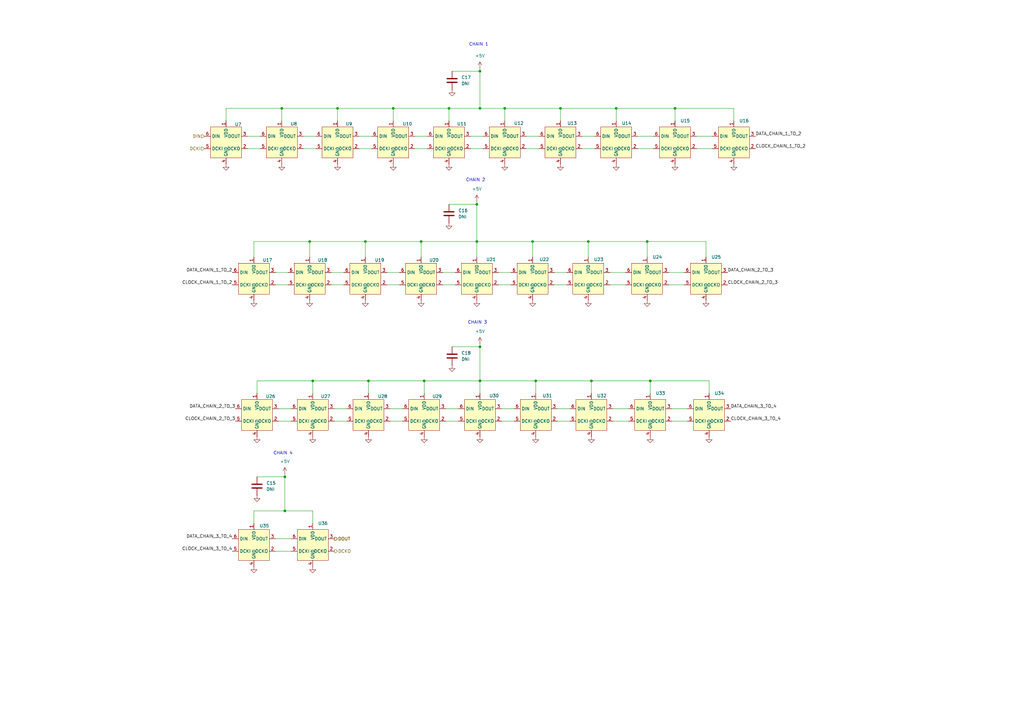
<source format=kicad_sch>
(kicad_sch (version 20231120) (generator "eeschema") (generator_version "8.0")
  (paper "A3")
  (title_block (title "F1 LED CIRCUIT PROJECT") (date "2024-04-10") (rev "v1.0") (company "JITTER"))
  (lib_symbols
    (symbol "Device:C" (pin_numbers hide) (pin_names (offset 0.254))
      (property "Reference" "C" (at 0.635 2.54 0))
      (property "Value" "C" (at 0.635 -2.54 0))
      (symbol "C_0_1"
        (polyline (pts (xy -2.032 -0.762) (xy 2.032 -0.762)) (stroke (width 0.508)))
        (polyline (pts (xy -2.032 0.762) (xy 2.032 0.762)) (stroke (width 0.508)))
      )
      (symbol "C_1_1"
        (pin passive line (at 0 3.81 270) (length 2.794) (name "~") (number "1"))
        (pin passive line (at 0 -3.81 90) (length 2.794) (name "~") (number "2"))
      )
    )
    (symbol "F1-LED-CIRCUIT-LIBRARY:HD108-2020"
      (property "Reference" "U" (at 0 19.558 0))
      (symbol "HD108-2020_1_1"
        (rectangle (start -6.35 6.35) (end 6.35 -6.35) (stroke (width 0) (color 132 0 0 1)) (fill (type background)))
        (pin power_in line (at 0 8.89 270) (length 2.54) (name "VDD") (number "1"))
        (pin output line (at 8.89 -2.54 180) (length 2.54) (name "DCKO") (number "2"))
        (pin output line (at 8.89 2.54 180) (length 2.54) (name "DOUT") (number "3"))
        (pin power_in line (at 0 -8.89 90) (length 2.54) (name "GND") (number "4"))
        (pin input line (at -8.89 -2.54 0) (length 2.54) (name "DCKI") (number "5"))
        (pin input line (at -8.89 2.54 0) (length 2.54) (name "DIN") (number "6"))
      )
    )
    (symbol "adams_library_symbols:GND" (power) (pin_names (offset 0))
      (property "Value" "GND" (at 0 -3.81 0))
      (symbol "GND_0_1"
        (polyline (pts (xy 0 0) (xy 0 -1.27) (xy 1.27 -1.27) (xy 0 -2.54) (xy -1.27 -1.27) (xy 0 -1.27)))
      )
      (symbol "GND_1_1"
        (pin power_in line (at 0 0 270) (length 0) hide (name "GND") (number "1"))
      )
    )
    (symbol "power:+5V" (power) (pin_numbers hide) (pin_names (offset 0) hide)
      (property "Value" "+5V" (at 0 3.556 0))
      (symbol "+5V_0_1"
        (polyline (pts (xy -0.762 1.27) (xy 0 2.54)))
        (polyline (pts (xy 0 0) (xy 0 2.54)))
        (polyline (pts (xy 0 2.54) (xy 0.762 1.27)))
      )
      (symbol "+5V_1_1"
        (pin power_in line (at 0 0 90) (length 0) (name "~") (number "1"))
      )
    )
    (symbol "power:GND" (power) (pin_numbers hide) (pin_names (offset 0) hide)
      (property "Value" "GND" (at 0 -3.81 0))
      (symbol "GND_0_1"
        (polyline (pts (xy 0 0) (xy 0 -1.27) (xy 1.27 -1.27) (xy 0 -2.54) (xy -1.27 -1.27) (xy 0 -1.27)))
      )
      (symbol "GND_1_1"
        (pin power_in line (at 0 0 270) (length 0) (name "~") (number "1"))
      )
    )
  )
  (junction (at 229.87 44.45))
  (junction (at 196.85 142.24))
  (junction (at 172.72 99.06))
  (junction (at 195.58 99.06))
  (junction (at 242.57 156.21))
  (junction (at 161.29 44.45))
  (junction (at 219.71 156.21))
  (junction (at 218.44 99.06))
  (junction (at 184.15 44.45))
  (junction (at 151.13 156.21))
  (junction (at 138.43 44.45))
  (junction (at 207.01 44.45))
  (junction (at 266.7 156.21))
  (junction (at 173.99 156.21))
  (junction (at 127 99.06))
  (junction (at 241.3 99.06))
  (junction (at 128.27 156.21))
  (junction (at 195.58 83.82))
  (junction (at 116.84 195.58))
  (junction (at 265.43 99.06))
  (junction (at 116.84 209.55))
  (junction (at 276.86 44.45))
  (junction (at 115.57 44.45))
  (junction (at 252.73 44.45))
  (junction (at 149.86 99.06))
  (junction (at 196.85 29.21))
  (junction (at 196.85 44.45))
  (junction (at 196.85 156.21))
  (wire (pts (xy 215.9 55.88) (xy 220.98 55.88)))
  (wire (pts (xy 285.75 60.96) (xy 292.1 60.96)))
  (wire (pts (xy 104.14 209.55) (xy 104.14 214.63)))
  (wire (pts (xy 173.99 156.21) (xy 196.85 156.21)))
  (wire (pts (xy 250.19 116.84) (xy 256.54 116.84)))
  (wire (pts (xy 182.88 172.72) (xy 187.96 172.72)))
  (wire (pts (xy 151.13 156.21) (xy 151.13 161.29)))
  (wire (pts (xy 218.44 99.06) (xy 241.3 99.06)))
  (wire (pts (xy 115.57 44.45) (xy 138.43 44.45)))
  (wire (pts (xy 266.7 156.21) (xy 290.83 156.21)))
  (wire (pts (xy 128.27 209.55) (xy 128.27 214.63)))
  (wire (pts (xy 101.6 60.96) (xy 106.68 60.96)))
  (wire (pts (xy 104.14 105.41) (xy 104.14 99.06)))
  (wire (pts (xy 147.32 55.88) (xy 152.4 55.88)))
  (wire (pts (xy 195.58 83.82) (xy 195.58 99.06)))
  (wire (pts (xy 274.32 111.76) (xy 280.67 111.76)))
  (wire (pts (xy 184.15 83.82) (xy 195.58 83.82)))
  (wire (pts (xy 184.15 44.45) (xy 184.15 49.53)))
  (wire (pts (xy 158.75 111.76) (xy 163.83 111.76)))
  (wire (pts (xy 170.18 55.88) (xy 175.26 55.88)))
  (wire (pts (xy 170.18 60.96) (xy 175.26 60.96)))
  (wire (pts (xy 266.7 156.21) (xy 266.7 161.29)))
  (wire (pts (xy 128.27 156.21) (xy 128.27 161.29)))
  (wire (pts (xy 195.58 82.55) (xy 195.58 83.82)))
  (wire (pts (xy 241.3 99.06) (xy 265.43 99.06)))
  (wire (pts (xy 218.44 99.06) (xy 218.44 105.41)))
  (wire (pts (xy 124.46 55.88) (xy 129.54 55.88)))
  (wire (pts (xy 193.04 60.96) (xy 198.12 60.96)))
  (wire (pts (xy 256.54 111.76) (xy 250.19 111.76)))
  (wire (pts (xy 116.84 209.55) (xy 128.27 209.55)))
  (wire (pts (xy 195.58 99.06) (xy 218.44 99.06)))
  (wire (pts (xy 276.86 44.45) (xy 300.99 44.45)))
  (wire (pts (xy 127 99.06) (xy 149.86 99.06)))
  (wire (pts (xy 207.01 44.45) (xy 229.87 44.45)))
  (wire (pts (xy 181.61 116.84) (xy 186.69 116.84)))
  (wire (pts (xy 238.76 60.96) (xy 243.84 60.96)))
  (wire (pts (xy 173.99 156.21) (xy 173.99 161.29)))
  (wire (pts (xy 161.29 44.45) (xy 161.29 49.53)))
  (wire (pts (xy 149.86 99.06) (xy 172.72 99.06)))
  (wire (pts (xy 257.81 167.64) (xy 251.46 167.64)))
  (wire (pts (xy 251.46 172.72) (xy 257.81 172.72)))
  (wire (pts (xy 300.99 44.45) (xy 300.99 49.53)))
  (wire (pts (xy 185.42 29.21) (xy 196.85 29.21)))
  (wire (pts (xy 124.46 60.96) (xy 129.54 60.96)))
  (wire (pts (xy 219.71 156.21) (xy 219.71 161.29)))
  (wire (pts (xy 147.32 60.96) (xy 152.4 60.96)))
  (wire (pts (xy 105.41 195.58) (xy 116.84 195.58)))
  (wire (pts (xy 196.85 156.21) (xy 196.85 161.29)))
  (wire (pts (xy 114.3 167.64) (xy 119.38 167.64)))
  (wire (pts (xy 92.71 44.45) (xy 115.57 44.45)))
  (wire (pts (xy 181.61 111.76) (xy 186.69 111.76)))
  (wire (pts (xy 204.47 116.84) (xy 209.55 116.84)))
  (wire (pts (xy 205.74 167.64) (xy 210.82 167.64)))
  (wire (pts (xy 138.43 44.45) (xy 161.29 44.45)))
  (wire (pts (xy 196.85 27.94) (xy 196.85 29.21)))
  (wire (pts (xy 228.6 167.64) (xy 233.68 167.64)))
  (wire (pts (xy 119.38 220.98) (xy 113.03 220.98)))
  (wire (pts (xy 158.75 116.84) (xy 163.83 116.84)))
  (wire (pts (xy 196.85 140.97) (xy 196.85 142.24)))
  (wire (pts (xy 274.32 116.84) (xy 280.67 116.84)))
  (wire (pts (xy 172.72 99.06) (xy 195.58 99.06)))
  (wire (pts (xy 275.59 167.64) (xy 281.94 167.64)))
  (wire (pts (xy 205.74 172.72) (xy 210.82 172.72)))
  (wire (pts (xy 207.01 44.45) (xy 207.01 49.53)))
  (wire (pts (xy 289.56 99.06) (xy 289.56 105.41)))
  (wire (pts (xy 229.87 44.45) (xy 252.73 44.45)))
  (wire (pts (xy 149.86 99.06) (xy 149.86 105.41)))
  (wire (pts (xy 116.84 195.58) (xy 116.84 209.55)))
  (wire (pts (xy 265.43 99.06) (xy 265.43 105.41)))
  (wire (pts (xy 290.83 156.21) (xy 290.83 161.29)))
  (wire (pts (xy 151.13 156.21) (xy 173.99 156.21)))
  (wire (pts (xy 115.57 44.45) (xy 115.57 49.53)))
  (wire (pts (xy 196.85 142.24) (xy 196.85 156.21)))
  (wire (pts (xy 227.33 111.76) (xy 232.41 111.76)))
  (wire (pts (xy 196.85 29.21) (xy 196.85 44.45)))
  (wire (pts (xy 135.89 111.76) (xy 140.97 111.76)))
  (wire (pts (xy 114.3 172.72) (xy 119.38 172.72)))
  (wire (pts (xy 113.03 226.06) (xy 119.38 226.06)))
  (wire (pts (xy 182.88 167.64) (xy 187.96 167.64)))
  (wire (pts (xy 128.27 156.21) (xy 151.13 156.21)))
  (wire (pts (xy 252.73 44.45) (xy 252.73 49.53)))
  (wire (pts (xy 135.89 116.84) (xy 140.97 116.84)))
  (wire (pts (xy 127 99.06) (xy 127 105.41)))
  (wire (pts (xy 267.97 55.88) (xy 261.62 55.88)))
  (wire (pts (xy 195.58 99.06) (xy 195.58 105.41)))
  (wire (pts (xy 275.59 172.72) (xy 281.94 172.72)))
  (wire (pts (xy 113.03 111.76) (xy 118.11 111.76)))
  (wire (pts (xy 215.9 60.96) (xy 220.98 60.96)))
  (wire (pts (xy 101.6 55.88) (xy 106.68 55.88)))
  (wire (pts (xy 204.47 111.76) (xy 209.55 111.76)))
  (wire (pts (xy 252.73 44.45) (xy 276.86 44.45)))
  (wire (pts (xy 196.85 44.45) (xy 207.01 44.45)))
  (wire (pts (xy 105.41 156.21) (xy 128.27 156.21)))
  (wire (pts (xy 238.76 55.88) (xy 243.84 55.88)))
  (wire (pts (xy 137.16 167.64) (xy 142.24 167.64)))
  (wire (pts (xy 242.57 156.21) (xy 242.57 161.29)))
  (wire (pts (xy 138.43 44.45) (xy 138.43 49.53)))
  (wire (pts (xy 184.15 44.45) (xy 196.85 44.45)))
  (wire (pts (xy 160.02 172.72) (xy 165.1 172.72)))
  (wire (pts (xy 160.02 167.64) (xy 165.1 167.64)))
  (wire (pts (xy 161.29 44.45) (xy 184.15 44.45)))
  (wire (pts (xy 219.71 156.21) (xy 242.57 156.21)))
  (wire (pts (xy 228.6 172.72) (xy 233.68 172.72)))
  (wire (pts (xy 242.57 156.21) (xy 266.7 156.21)))
  (wire (pts (xy 261.62 60.96) (xy 267.97 60.96)))
  (wire (pts (xy 265.43 99.06) (xy 289.56 99.06)))
  (wire (pts (xy 241.3 99.06) (xy 241.3 105.41)))
  (wire (pts (xy 92.71 49.53) (xy 92.71 44.45)))
  (wire (pts (xy 229.87 44.45) (xy 229.87 49.53)))
  (wire (pts (xy 185.42 142.24) (xy 196.85 142.24)))
  (wire (pts (xy 193.04 55.88) (xy 198.12 55.88)))
  (wire (pts (xy 196.85 156.21) (xy 219.71 156.21)))
  (wire (pts (xy 113.03 116.84) (xy 118.11 116.84)))
  (wire (pts (xy 104.14 99.06) (xy 127 99.06)))
  (wire (pts (xy 105.41 161.29) (xy 105.41 156.21)))
  (wire (pts (xy 116.84 194.31) (xy 116.84 195.58)))
  (wire (pts (xy 227.33 116.84) (xy 232.41 116.84)))
  (wire (pts (xy 137.16 172.72) (xy 142.24 172.72)))
  (wire (pts (xy 285.75 55.88) (xy 292.1 55.88)))
  (wire (pts (xy 276.86 44.45) (xy 276.86 49.53)))
  (wire (pts (xy 172.72 99.06) (xy 172.72 105.41)))
  (wire (pts (xy 104.14 209.55) (xy 116.84 209.55)))
  (text "CHAIN 4" (at 116.078 185.928 0) (effects (font (size 1.27 1.27))))
  (text "CHAIN 3" (at 195.834 132.334 0) (effects (font (size 1.27 1.27))))
  (text "CHAIN 1" (at 196.342 18.288 0) (effects (font (size 1.27 1.27))))
  (text "CHAIN 2" (at 195.072 73.914 0) (effects (font (size 1.27 1.27))))
  (label "CLOCK_CHAIN_2_TO_3" (at 96.52 172.72 180))
  (label "CLOCK_CHAIN_1_TO_2" (at 309.88 60.96 0))
  (label "CLOCK_CHAIN_3_TO_4" (at 95.25 226.06 180))
  (label "DATA_CHAIN_3_TO_4" (at 299.72 167.64 0))
  (label "DATA_CHAIN_1_TO_2" (at 95.25 111.76 180))
  (label "DATA_CHAIN_2_TO_3" (at 96.52 167.64 180))
  (label "DATA_CHAIN_3_TO_4" (at 95.25 220.98 180))
  (label "CLOCK_CHAIN_2_TO_3" (at 298.45 116.84 0))
  (label "CLOCK_CHAIN_1_TO_2" (at 95.25 116.84 180))
  (label "CLOCK_CHAIN_3_TO_4" (at 299.72 172.72 0))
  (label "DATA_CHAIN_1_TO_2" (at 309.88 55.88 0))
  (label "DATA_CHAIN_2_TO_3" (at 298.45 111.76 0))
  (hierarchical_label "DIN" (shape input) (at 83.82 55.88 180))
  (hierarchical_label "DCKO" (shape output) (at 137.16 226.06 0))
  (hierarchical_label "DCKI" (shape input) (at 83.82 60.96 180))
  (hierarchical_label "DOUT" (shape output) (at 137.16 220.98 0))
  (hierarchical_label "DOUT" (shape output) (at 137.16 220.98 0))
  (symbol (lib_id "adams_library_symbols:GND") (at 92.71 67.31 0) (unit 1)
    (property "Reference" "#PWR081" (effects (hide yes)))
    (property "Value" "GND" (effects (hide yes)))
    (property "Description" "Power symbol creates a global label with name \"GND\" , ground" (effects (hide yes)))
    (instances (project "f1-led-circuit" (path "" (reference "#PWR081") (unit 1)) (path "" (reference "#PWR0119") (unit 1)) (path "" (reference "#PWR0157") (unit 1))))
  )
  (symbol (lib_id "F1-LED-CIRCUIT-LIBRARY:HD108-2020") (at 290.83 170.18 0) (unit 1)
    (property "Reference" "U34" (at 293.0241 161.29 0) (effects (justify left)))
    (property "Value" "HD108-2020" (effects (hide yes)))
    (property "Footprint" "F1-LED-CIRCUIT-LIBRARY:HD108-2020" (effects (hide yes)))
    (instances (project "f1-led-circuit" (path "" (reference "U34") (unit 1)) (path "" (reference "U64") (unit 1)) (path "" (reference "U94") (unit 1))))
  )
  (symbol (lib_id "Device:C") (at 185.42 146.05 0) (unit 1)
    (property "Reference" "C18" (at 189.23 144.7799 0) (effects (justify left)))
    (property "Value" "DNI" (at 189.23 147.3199 0) (effects (justify left)))
    (property "Footprint" "Capacitor_SMD:C_0805_2012Metric" (effects (hide yes)))
    (property "Description" "Unpolarized capacitor" (effects (hide yes)))
    (instances (project "f1-led-circuit" (path "" (reference "C18") (unit 1)) (path "" (reference "C22") (unit 1)) (path "" (reference "C26") (unit 1))))
  )
  (symbol (lib_id "adams_library_symbols:GND") (at 289.56 123.19 0) (unit 1)
    (property "Reference" "#PWR0116" (effects (hide yes)))
    (property "Value" "GND" (effects (hide yes)))
    (property "Description" "Power symbol creates a global label with name \"GND\" , ground" (effects (hide yes)))
    (instances (project "f1-led-circuit" (path "" (reference "#PWR0116") (unit 1)) (path "" (reference "#PWR0154") (unit 1)) (path "" (reference "#PWR0192") (unit 1))))
  )
  (symbol (lib_id "adams_library_symbols:GND") (at 105.41 179.07 0) (unit 1)
    (property "Reference" "#PWR084" (effects (hide yes)))
    (property "Value" "GND" (effects (hide yes)))
    (property "Description" "Power symbol creates a global label with name \"GND\" , ground" (effects (hide yes)))
    (instances (project "f1-led-circuit" (path "" (reference "#PWR084") (unit 1)) (path "" (reference "#PWR0122") (unit 1)) (path "" (reference "#PWR0160") (unit 1))))
  )
  (symbol (lib_id "adams_library_symbols:GND") (at 195.58 123.19 0) (unit 1)
    (property "Reference" "#PWR0102" (effects (hide yes)))
    (property "Value" "GND" (effects (hide yes)))
    (property "Description" "Power symbol creates a global label with name \"GND\" , ground" (effects (hide yes)))
    (instances (project "f1-led-circuit" (path "" (reference "#PWR0102") (unit 1)) (path "" (reference "#PWR0140") (unit 1)) (path "" (reference "#PWR0178") (unit 1))))
  )
  (symbol (lib_id "F1-LED-CIRCUIT-LIBRARY:HD108-2020") (at 128.27 223.52 0) (unit 1)
    (property "Reference" "U36" (at 130.4641 214.63 0) (effects (justify left)))
    (property "Value" "HD108-2020" (effects (hide yes)))
    (property "Footprint" "F1-LED-CIRCUIT-LIBRARY:HD108-2020" (effects (hide yes)))
    (instances (project "f1-led-circuit" (path "" (reference "U36") (unit 1)) (path "" (reference "U66") (unit 1)) (path "" (reference "U96") (unit 1))))
  )
  (symbol (lib_id "adams_library_symbols:GND") (at 104.14 123.19 0) (unit 1)
    (property "Reference" "#PWR082" (effects (hide yes)))
    (property "Value" "GND" (effects (hide yes)))
    (property "Description" "Power symbol creates a global label with name \"GND\" , ground" (effects (hide yes)))
    (instances (project "f1-led-circuit" (path "" (reference "#PWR082") (unit 1)) (path "" (reference "#PWR0120") (unit 1)) (path "" (reference "#PWR0158") (unit 1))))
  )
  (symbol (lib_id "F1-LED-CIRCUIT-LIBRARY:HD108-2020") (at 104.14 114.3 0) (unit 1)
    (property "Reference" "U17" (at 107.696 106.68 0) (effects (justify left)))
    (property "Value" "HD108-2020" (effects (hide yes)))
    (property "Footprint" "F1-LED-CIRCUIT-LIBRARY:HD108-2020" (effects (hide yes)))
    (instances (project "f1-led-circuit" (path "" (reference "U17") (unit 1)) (path "" (reference "U47") (unit 1)) (path "" (reference "U77") (unit 1))))
  )
  (symbol (lib_id "adams_library_symbols:GND") (at 241.3 123.19 0) (unit 1)
    (property "Reference" "#PWR0110" (effects (hide yes)))
    (property "Value" "GND" (effects (hide yes)))
    (property "Description" "Power symbol creates a global label with name \"GND\" , ground" (effects (hide yes)))
    (instances (project "f1-led-circuit" (path "" (reference "#PWR0110") (unit 1)) (path "" (reference "#PWR0148") (unit 1)) (path "" (reference "#PWR0186") (unit 1))))
  )
  (symbol (lib_id "power:+5V") (at 195.58 82.55 0) (unit 1)
    (property "Reference" "#PWR0101" (effects (hide yes)))
    (property "Value" "+5V" (at 195.58 77.47 0))
    (property "Description" "Power symbol creates a global label with name \"+5V\"" (effects (hide yes)))
    (instances (project "f1-led-circuit" (path "" (reference "#PWR0101") (unit 1)) (path "" (reference "#PWR0139") (unit 1)) (path "" (reference "#PWR0177") (unit 1))))
  )
  (symbol (lib_id "F1-LED-CIRCUIT-LIBRARY:HD108-2020") (at 219.71 170.18 0) (unit 1)
    (property "Reference" "U31" (at 222.504 162.306 0) (effects (justify left)))
    (property "Value" "HD108-2020" (effects (hide yes)))
    (property "Footprint" "F1-LED-CIRCUIT-LIBRARY:HD108-2020" (effects (hide yes)))
    (instances (project "f1-led-circuit" (path "" (reference "U31") (unit 1)) (path "" (reference "U61") (unit 1)) (path "" (reference "U91") (unit 1))))
  )
  (symbol (lib_id "adams_library_symbols:GND") (at 242.57 179.07 0) (unit 1)
    (property "Reference" "#PWR0111" (effects (hide yes)))
    (property "Value" "GND" (effects (hide yes)))
    (property "Description" "Power symbol creates a global label with name \"GND\" , ground" (effects (hide yes)))
    (instances (project "f1-led-circuit" (path "" (reference "#PWR0111") (unit 1)) (path "" (reference "#PWR0149") (unit 1)) (path "" (reference "#PWR0187") (unit 1))))
  )
  (symbol (lib_id "F1-LED-CIRCUIT-LIBRARY:HD108-2020") (at 242.57 170.18 0) (unit 1)
    (property "Reference" "U32" (at 244.856 162.306 0) (effects (justify left)))
    (property "Value" "HD108-2020" (effects (hide yes)))
    (property "Footprint" "F1-LED-CIRCUIT-LIBRARY:HD108-2020" (effects (hide yes)))
    (instances (project "f1-led-circuit" (path "" (reference "U32") (unit 1)) (path "" (reference "U62") (unit 1)) (path "" (reference "U92") (unit 1))))
  )
  (symbol (lib_id "adams_library_symbols:GND") (at 115.57 67.31 0) (unit 1)
    (property "Reference" "#PWR086" (effects (hide yes)))
    (property "Value" "GND" (effects (hide yes)))
    (property "Description" "Power symbol creates a global label with name \"GND\" , ground" (effects (hide yes)))
    (instances (project "f1-led-circuit" (path "" (reference "#PWR086") (unit 1)) (path "" (reference "#PWR0124") (unit 1)) (path "" (reference "#PWR0162") (unit 1))))
  )
  (symbol (lib_id "F1-LED-CIRCUIT-LIBRARY:HD108-2020") (at 184.15 58.42 0) (unit 1)
    (property "Reference" "U11" (at 187.452 50.8 0) (effects (justify left)))
    (property "Value" "HD108-2020" (effects (hide yes)))
    (property "Footprint" "F1-LED-CIRCUIT-LIBRARY:HD108-2020" (effects (hide yes)))
    (instances (project "f1-led-circuit" (path "" (reference "U11") (unit 1)) (path "" (reference "U41") (unit 1)) (path "" (reference "U71") (unit 1))))
  )
  (symbol (lib_id "F1-LED-CIRCUIT-LIBRARY:HD108-2020") (at 218.44 114.3 0) (unit 1)
    (property "Reference" "U22" (at 221.234 106.426 0) (effects (justify left)))
    (property "Value" "HD108-2020" (effects (hide yes)))
    (property "Footprint" "F1-LED-CIRCUIT-LIBRARY:HD108-2020" (effects (hide yes)))
    (instances (project "f1-led-circuit" (path "" (reference "U22") (unit 1)) (path "" (reference "U52") (unit 1)) (path "" (reference "U82") (unit 1))))
  )
  (symbol (lib_id "adams_library_symbols:GND") (at 290.83 179.07 0) (unit 1)
    (property "Reference" "#PWR0117" (effects (hide yes)))
    (property "Value" "GND" (effects (hide yes)))
    (property "Description" "Power symbol creates a global label with name \"GND\" , ground" (effects (hide yes)))
    (instances (project "f1-led-circuit" (path "" (reference "#PWR0117") (unit 1)) (path "" (reference "#PWR0155") (unit 1)) (path "" (reference "#PWR0193") (unit 1))))
  )
  (symbol (lib_id "power:GND") (at 185.42 149.86 0) (unit 1)
    (property "Reference" "#PWR0100" (effects (hide yes)))
    (property "Value" "GND" (effects (hide yes)))
    (property "Description" "Power symbol creates a global label with name \"GND\" , ground" (effects (hide yes)))
    (instances (project "f1-led-circuit" (path "" (reference "#PWR0100") (unit 1)) (path "" (reference "#PWR0138") (unit 1)) (path "" (reference "#PWR0176") (unit 1))))
  )
  (symbol (lib_id "F1-LED-CIRCUIT-LIBRARY:HD108-2020") (at 289.56 114.3 0) (unit 1)
    (property "Reference" "U25" (at 291.7541 105.41 0) (effects (justify left)))
    (property "Value" "HD108-2020" (effects (hide yes)))
    (property "Footprint" "F1-LED-CIRCUIT-LIBRARY:HD108-2020" (effects (hide yes)))
    (instances (project "f1-led-circuit" (path "" (reference "U25") (unit 1)) (path "" (reference "U55") (unit 1)) (path "" (reference "U85") (unit 1))))
  )
  (symbol (lib_id "power:GND") (at 185.42 36.83 0) (unit 1)
    (property "Reference" "#PWR099" (effects (hide yes)))
    (property "Value" "GND" (effects (hide yes)))
    (property "Description" "Power symbol creates a global label with name \"GND\" , ground" (effects (hide yes)))
    (instances (project "f1-led-circuit" (path "" (reference "#PWR099") (unit 1)) (path "" (reference "#PWR0137") (unit 1)) (path "" (reference "#PWR0175") (unit 1))))
  )
  (symbol (lib_id "F1-LED-CIRCUIT-LIBRARY:HD108-2020") (at 115.57 58.42 0) (unit 1)
    (property "Reference" "U8" (at 119.126 50.8 0) (effects (justify left)))
    (property "Value" "HD108-2020" (effects (hide yes)))
    (property "Footprint" "F1-LED-CIRCUIT-LIBRARY:HD108-2020" (effects (hide yes)))
    (instances (project "f1-led-circuit" (path "" (reference "U8") (unit 1)) (path "" (reference "U38") (unit 1)) (path "" (reference "U68") (unit 1))))
  )
  (symbol (lib_id "adams_library_symbols:GND") (at 128.27 232.41 0) (unit 1)
    (property "Reference" "#PWR090" (effects (hide yes)))
    (property "Value" "GND" (effects (hide yes)))
    (property "Description" "Power symbol creates a global label with name \"GND\" , ground" (effects (hide yes)))
    (instances (project "f1-led-circuit" (path "" (reference "#PWR090") (unit 1)) (path "" (reference "#PWR0128") (unit 1)) (path "" (reference "#PWR0166") (unit 1))))
  )
  (symbol (lib_id "F1-LED-CIRCUIT-LIBRARY:HD108-2020") (at 128.27 170.18 0) (unit 1)
    (property "Reference" "U27" (at 131.572 162.56 0) (effects (justify left)))
    (property "Value" "HD108-2020" (effects (hide yes)))
    (property "Footprint" "F1-LED-CIRCUIT-LIBRARY:HD108-2020" (effects (hide yes)))
    (instances (project "f1-led-circuit" (path "" (reference "U27") (unit 1)) (path "" (reference "U57") (unit 1)) (path "" (reference "U87") (unit 1))))
  )
  (symbol (lib_id "adams_library_symbols:GND") (at 276.86 67.31 0) (unit 1)
    (property "Reference" "#PWR0115" (effects (hide yes)))
    (property "Value" "GND" (effects (hide yes)))
    (property "Description" "Power symbol creates a global label with name \"GND\" , ground" (effects (hide yes)))
    (instances (project "f1-led-circuit" (path "" (reference "#PWR0115") (unit 1)) (path "" (reference "#PWR0153") (unit 1)) (path "" (reference "#PWR0191") (unit 1))))
  )
  (symbol (lib_id "adams_library_symbols:GND") (at 266.7 179.07 0) (unit 1)
    (property "Reference" "#PWR0114" (effects (hide yes)))
    (property "Value" "GND" (effects (hide yes)))
    (property "Description" "Power symbol creates a global label with name \"GND\" , ground" (effects (hide yes)))
    (instances (project "f1-led-circuit" (path "" (reference "#PWR0114") (unit 1)) (path "" (reference "#PWR0152") (unit 1)) (path "" (reference "#PWR0190") (unit 1))))
  )
  (symbol (lib_id "F1-LED-CIRCUIT-LIBRARY:HD108-2020") (at 105.41 170.18 0) (unit 1)
    (property "Reference" "U26" (at 108.966 162.56 0) (effects (justify left)))
    (property "Value" "HD108-2020" (effects (hide yes)))
    (property "Footprint" "F1-LED-CIRCUIT-LIBRARY:HD108-2020" (effects (hide yes)))
    (instances (project "f1-led-circuit" (path "" (reference "U26") (unit 1)) (path "" (reference "U56") (unit 1)) (path "" (reference "U86") (unit 1))))
  )
  (symbol (lib_id "F1-LED-CIRCUIT-LIBRARY:HD108-2020") (at 196.85 170.18 0) (unit 1)
    (property "Reference" "U30" (at 200.66 162.306 0) (effects (justify left)))
    (property "Value" "HD108-2020" (effects (hide yes)))
    (property "Footprint" "F1-LED-CIRCUIT-LIBRARY:HD108-2020" (effects (hide yes)))
    (instances (project "f1-led-circuit" (path "" (reference "U30") (unit 1)) (path "" (reference "U60") (unit 1)) (path "" (reference "U90") (unit 1))))
  )
  (symbol (lib_id "F1-LED-CIRCUIT-LIBRARY:HD108-2020") (at 172.72 114.3 0) (unit 1)
    (property "Reference" "U20" (at 176.022 106.68 0) (effects (justify left)))
    (property "Value" "HD108-2020" (effects (hide yes)))
    (property "Footprint" "F1-LED-CIRCUIT-LIBRARY:HD108-2020" (effects (hide yes)))
    (instances (project "f1-led-circuit" (path "" (reference "U20") (unit 1)) (path "" (reference "U50") (unit 1)) (path "" (reference "U80") (unit 1))))
  )
  (symbol (lib_id "F1-LED-CIRCUIT-LIBRARY:HD108-2020") (at 265.43 114.3 0) (unit 1)
    (property "Reference" "U24" (at 267.6241 105.41 0) (effects (justify left)))
    (property "Value" "HD108-2020" (effects (hide yes)))
    (property "Footprint" "F1-LED-CIRCUIT-LIBRARY:HD108-2020" (effects (hide yes)))
    (instances (project "f1-led-circuit" (path "" (reference "U24") (unit 1)) (path "" (reference "U54") (unit 1)) (path "" (reference "U84") (unit 1))))
  )
  (symbol (lib_id "adams_library_symbols:GND") (at 172.72 123.19 0) (unit 1)
    (property "Reference" "#PWR095" (effects (hide yes)))
    (property "Value" "GND" (effects (hide yes)))
    (property "Description" "Power symbol creates a global label with name \"GND\" , ground" (effects (hide yes)))
    (instances (project "f1-led-circuit" (path "" (reference "#PWR095") (unit 1)) (path "" (reference "#PWR0133") (unit 1)) (path "" (reference "#PWR0171") (unit 1))))
  )
  (symbol (lib_id "F1-LED-CIRCUIT-LIBRARY:HD108-2020") (at 300.99 58.42 0) (unit 1)
    (property "Reference" "U16" (at 303.1841 49.53 0) (effects (justify left)))
    (property "Value" "HD108-2020" (effects (hide yes)))
    (property "Footprint" "F1-LED-CIRCUIT-LIBRARY:HD108-2020" (effects (hide yes)))
    (instances (project "f1-led-circuit" (path "" (reference "U16") (unit 1)) (path "" (reference "U46") (unit 1)) (path "" (reference "U76") (unit 1))))
  )
  (symbol (lib_id "adams_library_symbols:GND") (at 104.14 232.41 0) (unit 1)
    (property "Reference" "#PWR083" (effects (hide yes)))
    (property "Value" "GND" (effects (hide yes)))
    (property "Description" "Power symbol creates a global label with name \"GND\" , ground" (effects (hide yes)))
    (instances (project "f1-led-circuit" (path "" (reference "#PWR083") (unit 1)) (path "" (reference "#PWR0121") (unit 1)) (path "" (reference "#PWR0159") (unit 1))))
  )
  (symbol (lib_id "Device:C") (at 105.41 199.39 0) (unit 1)
    (property "Reference" "C15" (at 109.22 198.1199 0) (effects (justify left)))
    (property "Value" "DNI" (at 109.22 200.6599 0) (effects (justify left)))
    (property "Footprint" "Capacitor_SMD:C_0805_2012Metric" (effects (hide yes)))
    (property "Description" "Unpolarized capacitor" (effects (hide yes)))
    (instances (project "f1-led-circuit" (path "" (reference "C15") (unit 1)) (path "" (reference "C19") (unit 1)) (path "" (reference "C23") (unit 1))))
  )
  (symbol (lib_id "adams_library_symbols:GND") (at 265.43 123.19 0) (unit 1)
    (property "Reference" "#PWR0113" (effects (hide yes)))
    (property "Value" "GND" (effects (hide yes)))
    (property "Description" "Power symbol creates a global label with name \"GND\" , ground" (effects (hide yes)))
    (instances (project "f1-led-circuit" (path "" (reference "#PWR0113") (unit 1)) (path "" (reference "#PWR0151") (unit 1)) (path "" (reference "#PWR0189") (unit 1))))
  )
  (symbol (lib_id "F1-LED-CIRCUIT-LIBRARY:HD108-2020") (at 138.43 58.42 0) (unit 1)
    (property "Reference" "U9" (at 141.732 50.8 0) (effects (justify left)))
    (property "Value" "HD108-2020" (effects (hide yes)))
    (property "Footprint" "F1-LED-CIRCUIT-LIBRARY:HD108-2020" (effects (hide yes)))
    (instances (project "f1-led-circuit" (path "" (reference "U9") (unit 1)) (path "" (reference "U39") (unit 1)) (path "" (reference "U69") (unit 1))))
  )
  (symbol (lib_id "Device:C") (at 184.15 87.63 0) (unit 1)
    (property "Reference" "C16" (at 187.96 86.3599 0) (effects (justify left)))
    (property "Value" "DNI" (at 187.96 88.8999 0) (effects (justify left)))
    (property "Footprint" "Capacitor_SMD:C_0805_2012Metric" (effects (hide yes)))
    (property "Description" "Unpolarized capacitor" (effects (hide yes)))
    (instances (project "f1-led-circuit" (path "" (reference "C16") (unit 1)) (path "" (reference "C20") (unit 1)) (path "" (reference "C24") (unit 1))))
  )
  (symbol (lib_id "adams_library_symbols:GND") (at 161.29 67.31 0) (unit 1)
    (property "Reference" "#PWR094" (effects (hide yes)))
    (property "Value" "GND" (effects (hide yes)))
    (property "Description" "Power symbol creates a global label with name \"GND\" , ground" (effects (hide yes)))
    (instances (project "f1-led-circuit" (path "" (reference "#PWR094") (unit 1)) (path "" (reference "#PWR0132") (unit 1)) (path "" (reference "#PWR0170") (unit 1))))
  )
  (symbol (lib_id "power:GND") (at 105.41 203.2 0) (unit 1)
    (property "Reference" "#PWR085" (effects (hide yes)))
    (property "Value" "GND" (effects (hide yes)))
    (property "Description" "Power symbol creates a global label with name \"GND\" , ground" (effects (hide yes)))
    (instances (project "f1-led-circuit" (path "" (reference "#PWR085") (unit 1)) (path "" (reference "#PWR0123") (unit 1)) (path "" (reference "#PWR0161") (unit 1))))
  )
  (symbol (lib_id "adams_library_symbols:GND") (at 128.27 179.07 0) (unit 1)
    (property "Reference" "#PWR089" (effects (hide yes)))
    (property "Value" "GND" (effects (hide yes)))
    (property "Description" "Power symbol creates a global label with name \"GND\" , ground" (effects (hide yes)))
    (instances (project "f1-led-circuit" (path "" (reference "#PWR089") (unit 1)) (path "" (reference "#PWR0127") (unit 1)) (path "" (reference "#PWR0165") (unit 1))))
  )
  (symbol (lib_id "adams_library_symbols:GND") (at 184.15 67.31 0) (unit 1)
    (property "Reference" "#PWR097" (effects (hide yes)))
    (property "Value" "GND" (effects (hide yes)))
    (property "Description" "Power symbol creates a global label with name \"GND\" , ground" (effects (hide yes)))
    (instances (project "f1-led-circuit" (path "" (reference "#PWR097") (unit 1)) (path "" (reference "#PWR0135") (unit 1)) (path "" (reference "#PWR0173") (unit 1))))
  )
  (symbol (lib_id "adams_library_symbols:GND") (at 218.44 123.19 0) (unit 1)
    (property "Reference" "#PWR0107" (effects (hide yes)))
    (property "Value" "GND" (effects (hide yes)))
    (property "Description" "Power symbol creates a global label with name \"GND\" , ground" (effects (hide yes)))
    (instances (project "f1-led-circuit" (path "" (reference "#PWR0107") (unit 1)) (path "" (reference "#PWR0145") (unit 1)) (path "" (reference "#PWR0183") (unit 1))))
  )
  (symbol (lib_id "adams_library_symbols:GND") (at 151.13 179.07 0) (unit 1)
    (property "Reference" "#PWR093" (effects (hide yes)))
    (property "Value" "GND" (effects (hide yes)))
    (property "Description" "Power symbol creates a global label with name \"GND\" , ground" (effects (hide yes)))
    (instances (project "f1-led-circuit" (path "" (reference "#PWR093") (unit 1)) (path "" (reference "#PWR0131") (unit 1)) (path "" (reference "#PWR0169") (unit 1))))
  )
  (symbol (lib_id "F1-LED-CIRCUIT-LIBRARY:HD108-2020") (at 161.29 58.42 0) (unit 1)
    (property "Reference" "U10" (at 165.1 50.8 0) (effects (justify left)))
    (property "Value" "HD108-2020" (effects (hide yes)))
    (property "Footprint" "F1-LED-CIRCUIT-LIBRARY:HD108-2020" (effects (hide yes)))
    (instances (project "f1-led-circuit" (path "" (reference "U10") (unit 1)) (path "" (reference "U40") (unit 1)) (path "" (reference "U70") (unit 1))))
  )
  (symbol (lib_id "F1-LED-CIRCUIT-LIBRARY:HD108-2020") (at 252.73 58.42 0) (unit 1)
    (property "Reference" "U14" (at 255.016 50.546 0) (effects (justify left)))
    (property "Value" "HD108-2020" (effects (hide yes)))
    (property "Footprint" "F1-LED-CIRCUIT-LIBRARY:HD108-2020" (effects (hide yes)))
    (instances (project "f1-led-circuit" (path "" (reference "U14") (unit 1)) (path "" (reference "U44") (unit 1)) (path "" (reference "U74") (unit 1))))
  )
  (symbol (lib_id "F1-LED-CIRCUIT-LIBRARY:HD108-2020") (at 229.87 58.42 0) (unit 1)
    (property "Reference" "U13" (at 232.664 50.546 0) (effects (justify left)))
    (property "Value" "HD108-2020" (effects (hide yes)))
    (property "Footprint" "F1-LED-CIRCUIT-LIBRARY:HD108-2020" (effects (hide yes)))
    (instances (project "f1-led-circuit" (path "" (reference "U13") (unit 1)) (path "" (reference "U43") (unit 1)) (path "" (reference "U73") (unit 1))))
  )
  (symbol (lib_id "F1-LED-CIRCUIT-LIBRARY:HD108-2020") (at 266.7 170.18 0) (unit 1)
    (property "Reference" "U33" (at 268.8941 161.29 0) (effects (justify left)))
    (property "Value" "HD108-2020" (effects (hide yes)))
    (property "Footprint" "F1-LED-CIRCUIT-LIBRARY:HD108-2020" (effects (hide yes)))
    (instances (project "f1-led-circuit" (path "" (reference "U33") (unit 1)) (path "" (reference "U63") (unit 1)) (path "" (reference "U93") (unit 1))))
  )
  (symbol (lib_id "F1-LED-CIRCUIT-LIBRARY:HD108-2020") (at 195.58 114.3 0) (unit 1)
    (property "Reference" "U21" (at 199.39 106.426 0) (effects (justify left)))
    (property "Value" "HD108-2020" (effects (hide yes)))
    (property "Footprint" "F1-LED-CIRCUIT-LIBRARY:HD108-2020" (effects (hide yes)))
    (instances (project "f1-led-circuit" (path "" (reference "U21") (unit 1)) (path "" (reference "U51") (unit 1)) (path "" (reference "U81") (unit 1))))
  )
  (symbol (lib_id "adams_library_symbols:GND") (at 207.01 67.31 0) (unit 1)
    (property "Reference" "#PWR0106" (effects (hide yes)))
    (property "Value" "GND" (effects (hide yes)))
    (property "Description" "Power symbol creates a global label with name \"GND\" , ground" (effects (hide yes)))
    (instances (project "f1-led-circuit" (path "" (reference "#PWR0106") (unit 1)) (path "" (reference "#PWR0144") (unit 1)) (path "" (reference "#PWR0182") (unit 1))))
  )
  (symbol (lib_id "F1-LED-CIRCUIT-LIBRARY:HD108-2020") (at 241.3 114.3 0) (unit 1)
    (property "Reference" "U23" (at 243.586 106.426 0) (effects (justify left)))
    (property "Value" "HD108-2020" (effects (hide yes)))
    (property "Footprint" "F1-LED-CIRCUIT-LIBRARY:HD108-2020" (effects (hide yes)))
    (instances (project "f1-led-circuit" (path "" (reference "U23") (unit 1)) (path "" (reference "U53") (unit 1)) (path "" (reference "U83") (unit 1))))
  )
  (symbol (lib_id "adams_library_symbols:GND") (at 300.99 67.31 0) (unit 1)
    (property "Reference" "#PWR0118" (effects (hide yes)))
    (property "Value" "GND" (effects (hide yes)))
    (property "Description" "Power symbol creates a global label with name \"GND\" , ground" (effects (hide yes)))
    (instances (project "f1-led-circuit" (path "" (reference "#PWR0118") (unit 1)) (path "" (reference "#PWR0156") (unit 1)) (path "" (reference "#PWR0194") (unit 1))))
  )
  (symbol (lib_id "adams_library_symbols:GND") (at 127 123.19 0) (unit 1)
    (property "Reference" "#PWR088" (effects (hide yes)))
    (property "Value" "GND" (effects (hide yes)))
    (property "Description" "Power symbol creates a global label with name \"GND\" , ground" (effects (hide yes)))
    (instances (project "f1-led-circuit" (path "" (reference "#PWR088") (unit 1)) (path "" (reference "#PWR0126") (unit 1)) (path "" (reference "#PWR0164") (unit 1))))
  )
  (symbol (lib_id "F1-LED-CIRCUIT-LIBRARY:HD108-2020") (at 151.13 170.18 0) (unit 1)
    (property "Reference" "U28" (at 154.94 162.56 0) (effects (justify left)))
    (property "Value" "HD108-2020" (effects (hide yes)))
    (property "Footprint" "F1-LED-CIRCUIT-LIBRARY:HD108-2020" (effects (hide yes)))
    (instances (project "f1-led-circuit" (path "" (reference "U28") (unit 1)) (path "" (reference "U58") (unit 1)) (path "" (reference "U88") (unit 1))))
  )
  (symbol (lib_id "adams_library_symbols:GND") (at 138.43 67.31 0) (unit 1)
    (property "Reference" "#PWR091" (effects (hide yes)))
    (property "Value" "GND" (effects (hide yes)))
    (property "Description" "Power symbol creates a global label with name \"GND\" , ground" (effects (hide yes)))
    (instances (project "f1-led-circuit" (path "" (reference "#PWR091") (unit 1)) (path "" (reference "#PWR0129") (unit 1)) (path "" (reference "#PWR0167") (unit 1))))
  )
  (symbol (lib_id "F1-LED-CIRCUIT-LIBRARY:HD108-2020") (at 276.86 58.42 0) (unit 1)
    (property "Reference" "U15" (at 279.0541 49.53 0) (effects (justify left)))
    (property "Value" "HD108-2020" (effects (hide yes)))
    (property "Footprint" "F1-LED-CIRCUIT-LIBRARY:HD108-2020" (effects (hide yes)))
    (instances (project "f1-led-circuit" (path "" (reference "U15") (unit 1)) (path "" (reference "U45") (unit 1)) (path "" (reference "U75") (unit 1))))
  )
  (symbol (lib_id "F1-LED-CIRCUIT-LIBRARY:HD108-2020") (at 104.14 223.52 0) (unit 1)
    (property "Reference" "U35" (at 106.426 215.646 0) (effects (justify left)))
    (property "Value" "HD108-2020" (effects (hide yes)))
    (property "Footprint" "F1-LED-CIRCUIT-LIBRARY:HD108-2020" (effects (hide yes)))
    (instances (project "f1-led-circuit" (path "" (reference "U35") (unit 1)) (path "" (reference "U65") (unit 1)) (path "" (reference "U95") (unit 1))))
  )
  (symbol (lib_id "adams_library_symbols:GND") (at 196.85 179.07 0) (unit 1)
    (property "Reference" "#PWR0105" (effects (hide yes)))
    (property "Value" "GND" (effects (hide yes)))
    (property "Description" "Power symbol creates a global label with name \"GND\" , ground" (effects (hide yes)))
    (instances (project "f1-led-circuit" (path "" (reference "#PWR0105") (unit 1)) (path "" (reference "#PWR0143") (unit 1)) (path "" (reference "#PWR0181") (unit 1))))
  )
  (symbol (lib_id "power:+5V") (at 196.85 27.94 0) (unit 1)
    (property "Reference" "#PWR0103" (effects (hide yes)))
    (property "Value" "+5V" (at 196.85 22.86 0))
    (property "Description" "Power symbol creates a global label with name \"+5V\"" (effects (hide yes)))
    (instances (project "f1-led-circuit" (path "" (reference "#PWR0103") (unit 1)) (path "" (reference "#PWR0141") (unit 1)) (path "" (reference "#PWR0179") (unit 1))))
  )
  (symbol (lib_id "adams_library_symbols:GND") (at 229.87 67.31 0) (unit 1)
    (property "Reference" "#PWR0109" (effects (hide yes)))
    (property "Value" "GND" (effects (hide yes)))
    (property "Description" "Power symbol creates a global label with name \"GND\" , ground" (effects (hide yes)))
    (instances (project "f1-led-circuit" (path "" (reference "#PWR0109") (unit 1)) (path "" (reference "#PWR0147") (unit 1)) (path "" (reference "#PWR0185") (unit 1))))
  )
  (symbol (lib_id "adams_library_symbols:GND") (at 252.73 67.31 0) (unit 1)
    (property "Reference" "#PWR0112" (effects (hide yes)))
    (property "Value" "GND" (effects (hide yes)))
    (property "Description" "Power symbol creates a global label with name \"GND\" , ground" (effects (hide yes)))
    (instances (project "f1-led-circuit" (path "" (reference "#PWR0112") (unit 1)) (path "" (reference "#PWR0150") (unit 1)) (path "" (reference "#PWR0188") (unit 1))))
  )
  (symbol (lib_id "F1-LED-CIRCUIT-LIBRARY:HD108-2020") (at 127 114.3 0) (unit 1)
    (property "Reference" "U18" (at 130.302 106.68 0) (effects (justify left)))
    (property "Value" "HD108-2020" (effects (hide yes)))
    (property "Footprint" "F1-LED-CIRCUIT-LIBRARY:HD108-2020" (effects (hide yes)))
    (instances (project "f1-led-circuit" (path "" (reference "U18") (unit 1)) (path "" (reference "U48") (unit 1)) (path "" (reference "U78") (unit 1))))
  )
  (symbol (lib_id "adams_library_symbols:GND") (at 219.71 179.07 0) (unit 1)
    (property "Reference" "#PWR0108" (effects (hide yes)))
    (property "Value" "GND" (effects (hide yes)))
    (property "Description" "Power symbol creates a global label with name \"GND\" , ground" (effects (hide yes)))
    (instances (project "f1-led-circuit" (path "" (reference "#PWR0108") (unit 1)) (path "" (reference "#PWR0146") (unit 1)) (path "" (reference "#PWR0184") (unit 1))))
  )
  (symbol (lib_id "adams_library_symbols:GND") (at 149.86 123.19 0) (unit 1)
    (property "Reference" "#PWR092" (effects (hide yes)))
    (property "Value" "GND" (effects (hide yes)))
    (property "Description" "Power symbol creates a global label with name \"GND\" , ground" (effects (hide yes)))
    (instances (project "f1-led-circuit" (path "" (reference "#PWR092") (unit 1)) (path "" (reference "#PWR0130") (unit 1)) (path "" (reference "#PWR0168") (unit 1))))
  )
  (symbol (lib_id "F1-LED-CIRCUIT-LIBRARY:HD108-2020") (at 173.99 170.18 0) (unit 1)
    (property "Reference" "U29" (at 177.292 162.56 0) (effects (justify left)))
    (property "Value" "HD108-2020" (effects (hide yes)))
    (property "Footprint" "F1-LED-CIRCUIT-LIBRARY:HD108-2020" (effects (hide yes)))
    (instances (project "f1-led-circuit" (path "" (reference "U29") (unit 1)) (path "" (reference "U59") (unit 1)) (path "" (reference "U89") (unit 1))))
  )
  (symbol (lib_id "F1-LED-CIRCUIT-LIBRARY:HD108-2020") (at 92.71 58.42 0) (unit 1)
    (property "Reference" "U7" (at 96.266 51.054 0) (effects (justify left)))
    (property "Value" "HD108-2020" (effects (hide yes)))
    (property "Footprint" "F1-LED-CIRCUIT-LIBRARY:HD108-2020" (effects (hide yes)))
    (instances (project "f1-led-circuit" (path "" (reference "U7") (unit 1)) (path "" (reference "U37") (unit 1)) (path "" (reference "U67") (unit 1))))
  )
  (symbol (lib_id "adams_library_symbols:GND") (at 173.99 179.07 0) (unit 1)
    (property "Reference" "#PWR096" (effects (hide yes)))
    (property "Value" "GND" (effects (hide yes)))
    (property "Description" "Power symbol creates a global label with name \"GND\" , ground" (effects (hide yes)))
    (instances (project "f1-led-circuit" (path "" (reference "#PWR096") (unit 1)) (path "" (reference "#PWR0134") (unit 1)) (path "" (reference "#PWR0172") (unit 1))))
  )
  (symbol (lib_id "Device:C") (at 185.42 33.02 0) (unit 1)
    (property "Reference" "C17" (at 189.23 31.7499 0) (effects (justify left)))
    (property "Value" "DNI" (at 189.23 34.2899 0) (effects (justify left)))
    (property "Footprint" "Capacitor_SMD:C_0805_2012Metric" (effects (hide yes)))
    (property "Description" "Unpolarized capacitor" (effects (hide yes)))
    (instances (project "f1-led-circuit" (path "" (reference "C17") (unit 1)) (path "" (reference "C21") (unit 1)) (path "" (reference "C25") (unit 1))))
  )
  (symbol (lib_id "power:+5V") (at 196.85 140.97 0) (unit 1)
    (property "Reference" "#PWR0104" (effects (hide yes)))
    (property "Value" "+5V" (at 196.85 135.89 0))
    (property "Description" "Power symbol creates a global label with name \"+5V\"" (effects (hide yes)))
    (instances (project "f1-led-circuit" (path "" (reference "#PWR0104") (unit 1)) (path "" (reference "#PWR0142") (unit 1)) (path "" (reference "#PWR0180") (unit 1))))
  )
  (symbol (lib_id "F1-LED-CIRCUIT-LIBRARY:HD108-2020") (at 149.86 114.3 0) (unit 1)
    (property "Reference" "U19" (at 153.67 106.68 0) (effects (justify left)))
    (property "Value" "HD108-2020" (effects (hide yes)))
    (property "Footprint" "F1-LED-CIRCUIT-LIBRARY:HD108-2020" (effects (hide yes)))
    (instances (project "f1-led-circuit" (path "" (reference "U19") (unit 1)) (path "" (reference "U49") (unit 1)) (path "" (reference "U79") (unit 1))))
  )
  (symbol (lib_id "power:+5V") (at 116.84 194.31 0) (unit 1)
    (property "Reference" "#PWR087" (effects (hide yes)))
    (property "Value" "+5V" (at 116.84 189.23 0))
    (property "Description" "Power symbol creates a global label with name \"+5V\"" (effects (hide yes)))
    (instances (project "f1-led-circuit" (path "" (reference "#PWR087") (unit 1)) (path "" (reference "#PWR0125") (unit 1)) (path "" (reference "#PWR0163") (unit 1))))
  )
  (symbol (lib_id "power:GND") (at 184.15 91.44 0) (unit 1)
    (property "Reference" "#PWR098" (effects (hide yes)))
    (property "Value" "GND" (effects (hide yes)))
    (property "Description" "Power symbol creates a global label with name \"GND\" , ground" (effects (hide yes)))
    (instances (project "f1-led-circuit" (path "" (reference "#PWR098") (unit 1)) (path "" (reference "#PWR0136") (unit 1)) (path "" (reference "#PWR0174") (unit 1))))
  )
  (symbol (lib_id "F1-LED-CIRCUIT-LIBRARY:HD108-2020") (at 207.01 58.42 0) (unit 1)
    (property "Reference" "U12" (at 210.82 50.546 0) (effects (justify left)))
    (property "Value" "HD108-2020" (effects (hide yes)))
    (property "Footprint" "F1-LED-CIRCUIT-LIBRARY:HD108-2020" (effects (hide yes)))
    (instances (project "f1-led-circuit" (path "" (reference "U12") (unit 1)) (path "" (reference "U42") (unit 1)) (path "" (reference "U72") (unit 1))))
  )
)
</source>
